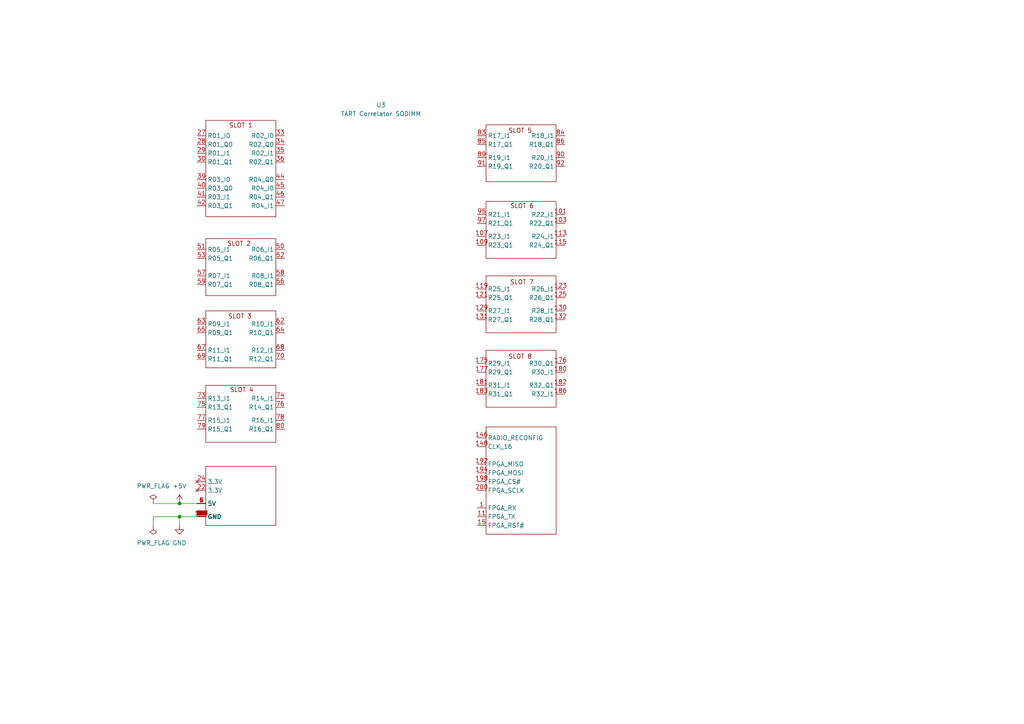
<source format=kicad_sch>
(kicad_sch (version 20231120) (generator "eeschema") (generator_version "8.0")
  (paper "A4")
  (lib_symbols
    (symbol "TART_Library:TART_Correlator"
      (property "Reference" "U" (at 33.02 -35.56 0))
      (property "Value" "TART Correlator SODIMM" (at -3.048 -7.874 0))
      (symbol "TART_Correlator_0_0"
        (pin unspecified line (at 33.02 -35.56 0) (length 2.54) (name "FPGA_RX") (number "1"))
        (pin no_connect line (at -95.25 66.04 0) (length 2.54) hide (name "NC") (number "10"))
        (pin no_connect line (at -95.25 25.4 0) (length 2.54) hide (name "NC") (number "100"))
        (pin input line (at 58.42 49.53 180) (length 2.54) (name "R22_I1") (number "101"))
        (pin no_connect line (at -95.25 22.86 0) (length 2.54) hide (name "NC") (number "102"))
        (pin input line (at 58.42 46.99 180) (length 2.54) (name "R22_Q1") (number "103"))
        (pin no_connect line (at -95.25 20.32 0) (length 2.54) hide (name "NC") (number "104"))
        (pin no_connect line (at -95.25 17.78 0) (length 2.54) hide (name "NC") (number "105"))
        (pin no_connect line (at -95.25 15.24 0) (length 2.54) hide (name "NC") (number "106"))
        (pin input line (at 33.02 43.18 0) (length 2.54) (name "R23_I1") (number "107"))
        (pin no_connect line (at -95.25 12.7 0) (length 2.54) hide (name "NC") (number "108"))
        (pin input line (at 33.02 40.64 0) (length 2.54) (name "R23_Q1") (number "109"))
        (pin unspecified line (at 33.02 -38.1 0) (length 2.54) (name "FPGA_TX") (number "11"))
        (pin no_connect line (at -95.25 10.16 0) (length 2.54) hide (name "NC") (number "110"))
        (pin no_connect line (at -95.25 7.62 0) (length 2.54) hide (name "NC") (number "111"))
        (pin no_connect line (at -95.25 5.08 0) (length 2.54) hide (name "NC") (number "112"))
        (pin input line (at 58.42 43.18 180) (length 2.54) (name "R24_I1") (number "113"))
        (pin no_connect line (at -95.25 2.54 0) (length 2.54) hide (name "NC") (number "114"))
        (pin input line (at 58.42 40.64 180) (length 2.54) (name "R24_Q1") (number "115"))
        (pin no_connect line (at -95.25 0 0) (length 2.54) hide (name "NC") (number "116"))
        (pin no_connect line (at -95.25 -2.54 0) (length 2.54) hide (name "NC") (number "117"))
        (pin no_connect line (at -95.25 -5.08 0) (length 2.54) hide (name "NC") (number "118"))
        (pin input line (at 33.02 27.94 0) (length 2.54) (name "R25_I1") (number "119"))
        (pin no_connect line (at -95.25 63.5 0) (length 2.54) hide (name "NC") (number "12"))
        (pin no_connect line (at -95.25 -7.62 0) (length 2.54) hide (name "NC") (number "120"))
        (pin input line (at 33.02 25.4 0) (length 2.54) (name "R25_Q1") (number "121"))
        (pin no_connect line (at -95.25 -10.16 0) (length 2.54) hide (name "NC") (number "122"))
        (pin input line (at 58.42 27.94 180) (length 2.54) (name "R26_I1") (number "123"))
        (pin no_connect line (at -95.25 -15.24 0) (length 2.54) hide (name "NC") (number "124"))
        (pin input line (at 58.42 25.4 180) (length 2.54) (name "R26_Q1") (number "125"))
        (pin no_connect line (at -95.25 -12.7 0) (length 2.54) hide (name "NC") (number "126"))
        (pin power_in line (at -48.26 -38.1 0) (length 2.54) (name "GND") (number "127"))
        (pin power_in line (at -48.26 -38.1 0) (length 2.54) (name "GND") (number "128"))
        (pin input line (at 33.02 21.59 0) (length 2.54) (name "R27_I1") (number "129"))
        (pin power_in line (at -48.26 -38.1 0) (length 2.54) (name "GND") (number "13"))
        (pin input line (at 58.42 21.59 180) (length 2.54) (name "R28_I1") (number "130"))
        (pin input line (at 33.02 19.05 0) (length 2.54) (name "R27_Q1") (number "131"))
        (pin input line (at 58.42 19.05 180) (length 2.54) (name "R28_Q1") (number "132"))
        (pin power_in line (at -48.26 -38.1 0) (length 2.54) (name "GND") (number "133"))
        (pin power_in line (at -48.26 -38.1 0) (length 2.54) (name "GND") (number "134"))
        (pin no_connect line (at -73.66 63.5 0) (length 2.54) hide (name "NC") (number "136"))
        (pin no_connect line (at -73.66 60.96 0) (length 2.54) hide (name "NC") (number "137"))
        (pin power_in line (at -48.26 -38.1 0) (length 2.54) (name "GND") (number "138"))
        (pin power_in line (at -48.26 -38.1 0) (length 2.54) (name "GND") (number "139"))
        (pin power_in line (at -48.26 -38.1 0) (length 2.54) (name "GND") (number "14"))
        (pin no_connect line (at -73.66 58.42 0) (length 2.54) hide (name "NC") (number "140"))
        (pin no_connect line (at -73.66 55.88 0) (length 2.54) hide (name "NC") (number "141"))
        (pin no_connect line (at -73.66 53.34 0) (length 2.54) hide (name "NC") (number "142"))
        (pin no_connect line (at -73.66 50.8 0) (length 2.54) hide (name "NC") (number "143"))
        (pin power_in line (at -48.26 -38.1 0) (length 2.54) (name "GND") (number "144"))
        (pin power_in line (at -48.26 -38.1 0) (length 2.54) (name "GND") (number "145"))
        (pin unspecified line (at 33.02 -15.24 0) (length 2.54) (name "RADIO_RECONFIG") (number "146"))
        (pin no_connect line (at -73.66 48.26 0) (length 2.54) hide (name "NC") (number "147"))
        (pin unspecified line (at 33.02 -17.78 0) (length 2.54) (name "CLK_16") (number "148"))
        (pin no_connect line (at -73.66 45.72 0) (length 2.54) hide (name "NC") (number "149"))
        (pin unspecified line (at 33.02 -40.64 0) (length 2.54) (name "FPGA_RST#") (number "15"))
        (pin power_in line (at -48.26 -38.1 0) (length 2.54) (name "GND") (number "150"))
        (pin power_in line (at -48.26 -38.1 0) (length 2.54) (name "GND") (number "151"))
        (pin no_connect line (at -73.66 43.18 0) (length 2.54) hide (name "NC") (number "152"))
        (pin no_connect line (at -73.66 40.64 0) (length 2.54) hide (name "NC") (number "153"))
        (pin no_connect line (at -73.66 38.1 0) (length 2.54) hide (name "NC") (number "154"))
        (pin power_in line (at -48.26 -38.1 0) (length 2.54) (name "GND") (number "155"))
        (pin power_in line (at -48.26 -38.1 0) (length 2.54) (name "GND") (number "156"))
        (pin no_connect line (at -73.66 35.56 0) (length 2.54) hide (name "NC") (number "157"))
        (pin no_connect line (at -73.66 33.02 0) (length 2.54) hide (name "NC") (number "158"))
        (pin no_connect line (at -73.66 30.48 0) (length 2.54) hide (name "NC") (number "159"))
        (pin no_connect line (at -95.25 60.96 0) (length 2.54) hide (name "NC") (number "16"))
        (pin no_connect line (at -73.66 27.94 0) (length 2.54) hide (name "NC") (number "160"))
        (pin power_in line (at -48.26 -38.1 0) (length 2.54) (name "GND") (number "161"))
        (pin power_in line (at -48.26 -38.1 0) (length 2.54) (name "GND") (number "162"))
        (pin no_connect line (at -73.66 25.4 0) (length 2.54) hide (name "NC") (number "163"))
        (pin no_connect line (at -73.66 22.86 0) (length 2.54) hide (name "NC") (number "164"))
        (pin no_connect line (at -73.66 20.32 0) (length 2.54) hide (name "NC") (number "165"))
        (pin no_connect line (at -73.66 17.78 0) (length 2.54) hide (name "NC") (number "166"))
        (pin power_in line (at -48.26 -38.1 0) (length 2.54) (name "GND") (number "167"))
        (pin power_in line (at -48.26 -38.1 0) (length 2.54) (name "GND") (number "168"))
        (pin no_connect line (at -73.66 15.24 0) (length 2.54) hide (name "NC") (number "169"))
        (pin no_connect line (at -95.25 58.42 0) (length 2.54) hide (name "NC") (number "17"))
        (pin no_connect line (at -73.66 12.7 0) (length 2.54) hide (name "NC") (number "170"))
        (pin no_connect line (at -73.66 10.16 0) (length 2.54) hide (name "NC") (number "171"))
        (pin power_in line (at -48.26 -38.1 0) (length 2.54) (name "GND") (number "172"))
        (pin power_in line (at -48.26 -38.1 0) (length 2.54) (name "GND") (number "173"))
        (pin no_connect line (at -73.66 7.62 0) (length 2.54) hide (name "NC") (number "174"))
        (pin input line (at 33.02 6.35 0) (length 2.54) (name "R29_I1") (number "175"))
        (pin input line (at 58.42 6.35 180) (length 2.54) (name "R30_Q1") (number "176"))
        (pin input line (at 33.02 3.81 0) (length 2.54) (name "R29_Q1") (number "177"))
        (pin power_in line (at -48.26 -38.1 0) (length 2.54) (name "GND") (number "178"))
        (pin power_in line (at -48.26 -38.1 0) (length 2.54) (name "GND") (number "179"))
        (pin no_connect line (at -95.25 55.88 0) (length 2.54) hide (name "NC") (number "18"))
        (pin input line (at 58.42 3.81 180) (length 2.54) (name "R30_I1") (number "180"))
        (pin input line (at 33.02 0 0) (length 2.54) (name "R31_I1") (number "181"))
        (pin input line (at 58.42 0 180) (length 2.54) (name "R32_Q1") (number "182"))
        (pin input line (at 33.02 -2.54 0) (length 2.54) (name "R31_Q1") (number "183"))
        (pin power_in line (at -48.26 -38.1 0) (length 2.54) (name "GND") (number "184"))
        (pin power_in line (at -48.26 -38.1 0) (length 2.54) (name "GND") (number "185"))
        (pin input line (at 58.42 -2.54 180) (length 2.54) (name "R32_I1") (number "186"))
        (pin no_connect line (at -73.66 5.08 0) (length 2.54) hide (name "NC") (number "187"))
        (pin no_connect line (at -73.66 2.54 0) (length 2.54) hide (name "NC") (number "188"))
        (pin power_in line (at -48.26 -38.1 0) (length 2.54) (name "GND") (number "189"))
        (pin power_in line (at -48.26 -38.1 0) (length 2.54) (name "GND") (number "19"))
        (pin power_in line (at -48.26 -38.1 0) (length 2.54) (name "GND") (number "190"))
        (pin no_connect line (at -73.66 0 0) (length 2.54) hide (name "NC") (number "191"))
        (pin unspecified line (at 33.02 -22.86 0) (length 2.54) (name "FPGA_MISO") (number "192"))
        (pin no_connect line (at -73.66 -2.54 0) (length 2.54) hide (name "NC") (number "193"))
        (pin unspecified line (at 33.02 -25.4 0) (length 2.54) (name "FPGA_MOSI") (number "194"))
        (pin power_in line (at -48.26 -38.1 0) (length 2.54) (name "GND") (number "195"))
        (pin power_in line (at -48.26 -38.1 0) (length 2.54) (name "GND") (number "196"))
        (pin no_connect line (at -73.66 -5.08 0) (length 2.54) hide (name "NC") (number "197"))
        (pin unspecified line (at 33.02 -27.94 0) (length 2.54) (name "FPGA_CS#") (number "198"))
        (pin no_connect line (at -73.66 -7.62 0) (length 2.54) hide (name "NC") (number "199"))
        (pin power_in line (at -48.26 -38.1 0) (length 2.54) (name "GND") (number "2"))
        (pin power_in line (at -48.26 -38.1 0) (length 2.54) (name "GND") (number "20"))
        (pin unspecified line (at 33.02 -30.48 0) (length 2.54) (name "FPGA_SCLK") (number "200"))
        (pin no_connect line (at -73.66 -10.16 0) (length 2.54) hide (name "NC") (number "201"))
        (pin no_connect line (at -73.66 -12.7 0) (length 2.54) hide (name "NC") (number "202"))
        (pin no_connect line (at -73.66 -15.24 0) (length 2.54) hide (name "NC") (number "203"))
        (pin no_connect line (at -73.66 -17.78 0) (length 2.54) hide (name "NC") (number "204"))
        (pin no_connect line (at -95.25 53.34 0) (length 2.54) hide (name "NC") (number "21"))
        (pin no_connect line (at -95.25 50.8 0) (length 2.54) hide (name "NC") (number "23"))
        (pin power_in line (at -48.26 -38.1 0) (length 2.54) (name "GND") (number "25"))
        (pin power_in line (at -48.26 -38.1 0) (length 2.54) (name "GND") (number "26"))
        (pin input line (at -48.26 72.39 0) (length 2.54) (name "R01_I0") (number "27"))
        (pin input line (at -48.26 69.85 0) (length 2.54) (name "R01_Q0") (number "28"))
        (pin input line (at -48.26 67.31 0) (length 2.54) (name "R01_I1") (number "29"))
        (pin power_in line (at -48.26 -38.1 0) (length 2.54) (name "GND") (number "3"))
        (pin input line (at -48.26 64.77 0) (length 2.54) (name "R01_Q1") (number "30"))
        (pin power_in line (at -48.26 -38.1 0) (length 2.54) (name "GND") (number "31"))
        (pin power_in line (at -48.26 -38.1 0) (length 2.54) (name "GND") (number "32"))
        (pin input line (at -22.86 72.39 180) (length 2.54) (name "R02_I0") (number "33"))
        (pin input line (at -22.86 69.85 180) (length 2.54) (name "R02_Q0") (number "34"))
        (pin input line (at -22.86 67.31 180) (length 2.54) (name "R02_I1") (number "35"))
        (pin input line (at -22.86 64.77 180) (length 2.54) (name "R02_Q1") (number "36"))
        (pin power_in line (at -48.26 -38.1 0) (length 2.54) (name "GND") (number "37"))
        (pin power_in line (at -48.26 -38.1 0) (length 2.54) (name "GND") (number "38"))
        (pin input line (at -48.26 59.69 0) (length 2.54) (name "R03_I0") (number "39"))
        (pin power_in line (at -48.26 -34.29 0) (length 2.54) (name "5V") (number "4"))
        (pin input line (at -48.26 57.15 0) (length 2.54) (name "R03_Q0") (number "40"))
        (pin input line (at -48.26 54.61 0) (length 2.54) (name "R03_I1") (number "41"))
        (pin input line (at -48.26 52.07 0) (length 2.54) (name "R03_Q1") (number "42"))
        (pin power_in line (at -48.26 -38.1 0) (length 2.54) (name "GND") (number "43"))
        (pin input line (at -22.86 59.69 180) (length 2.54) (name "R04_Q0") (number "44"))
        (pin input line (at -22.86 57.15 180) (length 2.54) (name "R04_I0") (number "45"))
        (pin input line (at -22.86 54.61 180) (length 2.54) (name "R04_Q1") (number "46"))
        (pin input line (at -22.86 52.07 180) (length 2.54) (name "R04_I1") (number "47"))
        (pin power_in line (at -48.26 -38.1 0) (length 2.54) (name "GND") (number "48"))
        (pin power_in line (at -48.26 -38.1 0) (length 2.54) (name "GND") (number "49"))
        (pin power_in line (at -48.26 -34.29 0) (length 2.54) (name "5V") (number "5"))
        (pin input line (at -22.86 39.37 180) (length 2.54) (name "R06_I1") (number "50"))
        (pin input line (at -48.26 39.37 0) (length 2.54) (name "R05_I1") (number "51"))
        (pin input line (at -22.86 36.83 180) (length 2.54) (name "R06_Q1") (number "52"))
        (pin input line (at -48.26 36.83 0) (length 2.54) (name "R05_Q1") (number "53"))
        (pin power_in line (at -48.26 -38.1 0) (length 2.54) (name "GND") (number "54"))
        (pin power_in line (at -48.26 -38.1 0) (length 2.54) (name "GND") (number "55"))
        (pin input line (at -22.86 29.21 180) (length 2.54) (name "R08_Q1") (number "56"))
        (pin input line (at -48.26 31.75 0) (length 2.54) (name "R07_I1") (number "57"))
        (pin input line (at -22.86 31.75 180) (length 2.54) (name "R08_I1") (number "58"))
        (pin input line (at -48.26 29.21 0) (length 2.54) (name "R07_Q1") (number "59"))
        (pin power_in line (at -48.26 -34.29 0) (length 2.54) (name "5V") (number "6"))
        (pin power_in line (at -48.26 -38.1 0) (length 2.54) (name "GND") (number "60"))
        (pin power_in line (at -48.26 -38.1 0) (length 2.54) (name "GND") (number "61"))
        (pin input line (at -22.86 17.78 180) (length 2.54) (name "R10_I1") (number "62"))
        (pin input line (at -48.26 17.78 0) (length 2.54) (name "R09_I1") (number "63"))
        (pin input line (at -22.86 15.24 180) (length 2.54) (name "R10_Q1") (number "64"))
        (pin input line (at -48.26 15.24 0) (length 2.54) (name "R09_Q1") (number "65"))
        (pin power_in line (at -48.26 -38.1 0) (length 2.54) (name "GND") (number "66"))
        (pin input line (at -48.26 10.16 0) (length 2.54) (name "R11_I1") (number "67"))
        (pin input line (at -22.86 10.16 180) (length 2.54) (name "R12_I1") (number "68"))
        (pin input line (at -48.26 7.62 0) (length 2.54) (name "R11_Q1") (number "69"))
        (pin power_in line (at -48.26 -34.29 0) (length 2.54) (name "5V") (number "7"))
        (pin input line (at -22.86 7.62 180) (length 2.54) (name "R12_Q1") (number "70"))
        (pin power_in line (at -48.26 -38.1 0) (length 2.54) (name "GND") (number "71"))
        (pin power_in line (at -48.26 -38.1 0) (length 2.54) (name "GND") (number "72"))
        (pin input line (at -48.26 -3.81 0) (length 2.54) (name "R13_I1") (number "73"))
        (pin input line (at -22.86 -3.81 180) (length 2.54) (name "R14_I1") (number "74"))
        (pin input line (at -48.26 -6.35 0) (length 2.54) (name "R13_Q1") (number "75"))
        (pin input line (at -22.86 -6.35 180) (length 2.54) (name "R14_Q1") (number "76"))
        (pin input line (at -48.26 -10.16 0) (length 2.54) (name "R15_I1") (number "77"))
        (pin input line (at -22.86 -10.16 180) (length 2.54) (name "R16_I1") (number "78"))
        (pin input line (at -48.26 -12.7 0) (length 2.54) (name "R15_Q1") (number "79"))
        (pin power_in line (at -48.26 -38.1 0) (length 2.54) (name "GND") (number "8"))
        (pin input line (at -22.86 -12.7 180) (length 2.54) (name "R16_Q1") (number "80"))
        (pin no_connect line (at -95.25 48.26 0) (length 2.54) hide (name "NC") (number "81"))
        (pin no_connect line (at -95.25 45.72 0) (length 2.54) hide (name "NC") (number "82"))
        (pin input line (at 33.02 72.39 0) (length 2.54) (name "R17_I1") (number "83"))
        (pin input line (at 58.42 72.39 180) (length 2.54) (name "R18_I1") (number "84"))
        (pin input line (at 33.02 69.85 0) (length 2.54) (name "R17_Q1") (number "85"))
        (pin input line (at 58.42 69.85 180) (length 2.54) (name "R18_Q1") (number "86"))
        (pin no_connect line (at -95.25 43.18 0) (length 2.54) hide (name "NC") (number "87"))
        (pin no_connect line (at -95.25 40.64 0) (length 2.54) hide (name "NC") (number "88"))
        (pin input line (at 33.02 66.04 0) (length 2.54) (name "R19_I1") (number "89"))
        (pin power_in line (at -48.26 -38.1 0) (length 2.54) (name "GND") (number "9"))
        (pin input line (at 58.42 66.04 180) (length 2.54) (name "R20_I1") (number "90"))
        (pin input line (at 33.02 63.5 0) (length 2.54) (name "R19_Q1") (number "91"))
        (pin input line (at 58.42 63.5 180) (length 2.54) (name "R20_Q1") (number "92"))
        (pin no_connect line (at -95.25 38.1 0) (length 2.54) hide (name "NC") (number "93"))
        (pin no_connect line (at -95.25 35.56 0) (length 2.54) hide (name "NC") (number "94"))
        (pin input line (at 33.02 49.53 0) (length 2.54) (name "R21_I1") (number "95"))
        (pin no_connect line (at -95.25 33.02 0) (length 2.54) hide (name "NC") (number "96"))
        (pin input line (at 33.02 46.99 0) (length 2.54) (name "R21_Q1") (number "97"))
        (pin no_connect line (at -95.25 30.48 0) (length 2.54) hide (name "NC") (number "98"))
        (pin no_connect line (at -95.25 27.94 0) (length 2.54) hide (name "NC") (number "99"))
      )
      (symbol "TART_Correlator_0_1"
        (rectangle (start -45.72 -23.495) (end -25.4 -40.64))
        (rectangle (start -45.72 0) (end -25.4 -16.51))
        (rectangle (start -45.72 21.59) (end -25.4 5.08))
        (rectangle (start -45.72 42.545) (end -25.4 26.035))
        (rectangle (start -45.72 76.835) (end -25.4 48.895))
        (rectangle (start 35.56 -12.065) (end 55.88 -43.18))
        (rectangle (start 35.56 10.16) (end 55.88 -6.35))
        (rectangle (start 35.56 31.75) (end 55.88 15.24))
        (rectangle (start 35.56 53.34) (end 55.88 36.83))
        (rectangle (start 35.56 75.565) (end 55.88 59.055))
      )
      (symbol "TART_Correlator_1_0"
        (pin no_connect line (at -73.66 66.04 0) (length 2.54) hide (name "NC") (number "135"))
        (pin no_connect line (at -48.26 -30.48 0) (length 2.54) (name "3.3V") (number "22"))
        (pin no_connect line (at -48.26 -27.94 0) (length 2.54) (name "3.3V") (number "24"))
      )
      (symbol "TART_Correlator_1_1"
        (text "SLOT 1" (at -35.56 75.438 0) (effects (font (size 1.27 1.27))))
        (text "SLOT 2" (at -36.068 41.148 0) (effects (font (size 1.27 1.27))))
        (text "SLOT 3" (at -35.814 20.066 0) (effects (font (size 1.27 1.27))))
        (text "SLOT 4" (at -35.306 -1.27 0) (effects (font (size 1.27 1.27))))
        (text "SLOT 5" (at 45.466 73.914 0) (effects (font (size 1.27 1.27))))
        (text "SLOT 6" (at 45.974 52.07 0) (effects (font (size 1.27 1.27))))
        (text "SLOT 7" (at 45.974 29.972 0) (effects (font (size 1.27 1.27))))
        (text "SLOT 8" (at 45.466 8.382 0) (effects (font (size 1.27 1.27))))
      )
    )
    (symbol "power:+5V" (power) (pin_numbers hide) (pin_names (offset 0) hide)
      (property "Value" "+5V" (at 0 3.556 0))
      (symbol "+5V_0_1"
        (polyline (pts (xy -0.762 1.27) (xy 0 2.54)))
        (polyline (pts (xy 0 0) (xy 0 2.54)))
        (polyline (pts (xy 0 2.54) (xy 0.762 1.27)))
      )
      (symbol "+5V_1_1"
        (pin power_in line (at 0 0 90) (length 0) (name "~") (number "1"))
      )
    )
    (symbol "power:GND" (power) (pin_numbers hide) (pin_names (offset 0) hide)
      (property "Value" "GND" (at 0 -3.81 0))
      (symbol "GND_0_1"
        (polyline (pts (xy 0 0) (xy 0 -1.27) (xy 1.27 -1.27) (xy 0 -2.54) (xy -1.27 -1.27) (xy 0 -1.27)))
      )
      (symbol "GND_1_1"
        (pin power_in line (at 0 0 270) (length 0) (name "~") (number "1"))
      )
    )
    (symbol "power:PWR_FLAG" (power) (pin_numbers hide) (pin_names (offset 0) hide)
      (property "Value" "PWR_FLAG" (at 0 3.81 0))
      (symbol "PWR_FLAG_0_0"
        (pin power_out line (at 0 0 90) (length 0) (name "~") (number "1"))
      )
      (symbol "PWR_FLAG_0_1"
        (polyline (pts (xy 0 0) (xy 0 1.27) (xy -1.016 1.905) (xy 0 2.54) (xy 1.016 1.905) (xy 0 1.27)))
      )
    )
  )
  (junction (at 52.07 146.05))
  (junction (at 52.07 149.86))
  (wire (pts (xy 44.45 152.4) (xy 44.45 149.86)))
  (wire (pts (xy 57.15 149.86) (xy 52.07 149.86)))
  (wire (pts (xy 44.45 146.05) (xy 52.07 146.05)))
  (wire (pts (xy 52.07 146.05) (xy 57.15 146.05)))
  (wire (pts (xy 44.45 149.86) (xy 52.07 149.86)))
  (wire (pts (xy 52.07 149.86) (xy 52.07 152.4)))
  (symbol (lib_id "TART_Library:TART_Correlator") (at 105.41 111.76 0) (unit 1)
    (property "Reference" "U3" (at 110.49 30.48 0))
    (property "Value" "TART Correlator SODIMM" (at 110.49 33.02 0))
    (property "Footprint" "TART_Library:SODIMM_DDR3_EDGE" (effects (hide yes)))
  )
  (symbol (lib_id "power:+5V") (at 52.07 146.05 0) (unit 1)
    (property "Reference" "#PWR01" (effects (hide yes)))
    (property "Value" "+5V" (at 52.07 140.97 0))
    (property "Description" "Power symbol creates a global label with name \"+5V\"" (effects (hide yes)))
  )
  (symbol (lib_id "power:PWR_FLAG") (at 44.45 146.05 0) (unit 1)
    (property "Reference" "#FLG01" (effects (hide yes)))
    (property "Value" "PWR_FLAG" (at 44.45 140.97 0))
    (property "Description" "Special symbol for telling ERC where power comes from" (effects (hide yes)))
  )
  (symbol (lib_id "power:GND") (at 52.07 152.4 0) (unit 1)
    (property "Reference" "#PWR02" (effects (hide yes)))
    (property "Value" "GND" (at 52.07 157.48 0))
    (property "Description" "Power symbol creates a global label with name \"GND\" , ground" (effects (hide yes)))
  )
  (symbol (lib_id "power:PWR_FLAG") (at 44.45 152.4 180) (unit 1)
    (property "Reference" "#FLG02" (effects (hide yes)))
    (property "Value" "PWR_FLAG" (at 44.45 157.48 0))
    (property "Description" "Special symbol for telling ERC where power comes from" (effects (hide yes)))
  )
)
</source>
